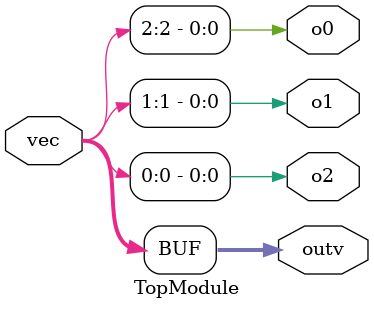
<source format=sv>

module TopModule (
  input [2:0] vec,
  output [2:0] outv,
  output o2,
  output o1,
  output o0
);
// Shift the input vector to the right by one position and select the last bit
assign o2 = vec[0];

// Select the middle bit of the input vector
assign o1 = vec[1];

// Select the least significant bit of the input vector
assign o0 = vec[2];

// Output of the same vector as input
assign outv = vec;

endmodule

// VERILOG-EVAL: abnormal backticks count
// VERILOG-EVAL: errant inclusion of module definition

</source>
